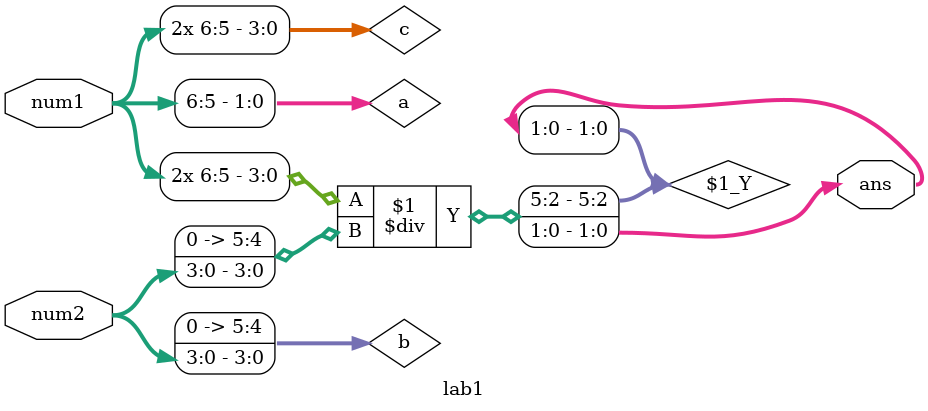
<source format=v>
`timescale 1ns / 1ps

module lab1(
    num1, num2, ans
    );
    
    input [7:0] num1;
    input [7:0] num2;
    output [1:0] ans;
    wire [1:0] a;
    wire [5:0] b;
    wire [3:0] c;
    
    assign a=num1[6:5];
    assign b=num2[3:0];
    assign c={3{a}};
    assign ans=c/b;
    
endmodule

</source>
